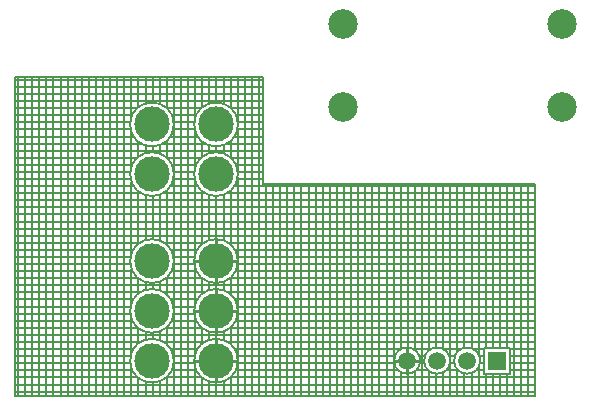
<source format=gbl>
G04*
G04 #@! TF.GenerationSoftware,Altium Limited,Altium Designer,18.0.9 (584)*
G04*
G04 Layer_Physical_Order=2*
G04 Layer_Color=16711680*
%FSLAX43Y43*%
%MOMM*%
G71*
G01*
G75*
%ADD10C,0.254*%
%ADD12C,0.200*%
%ADD18C,2.500*%
%ADD19C,3.000*%
%ADD20C,1.500*%
%ADD21R,1.500X1.500*%
D10*
X19000Y30435D02*
X20754D01*
X19000Y28681D02*
Y30435D01*
Y32189D01*
Y26218D02*
X20754D01*
X19000D02*
Y27972D01*
Y24463D02*
Y26218D01*
X35180Y22000D02*
X36184D01*
X35180D02*
Y23004D01*
X34176Y22000D02*
X35180D01*
Y20996D02*
Y22000D01*
X19000Y22000D02*
X20754D01*
X19000D02*
Y23754D01*
Y20246D02*
Y22000D01*
X17246Y30435D02*
X19000D01*
X17246Y26218D02*
X19000D01*
X17246Y22000D02*
X19000D01*
D12*
X41364Y22000D02*
G03*
X41364Y22000I-1104J0D01*
G01*
X38824D02*
G03*
X38824Y22000I-1104J0D01*
G01*
X36284D02*
G03*
X36284Y22000I-1104J0D01*
G01*
X20854Y42000D02*
G03*
X20854Y42000I-1854J0D01*
G01*
Y37800D02*
G03*
X20854Y37800I-1854J0D01*
G01*
X15431Y42000D02*
G03*
X15431Y42000I-1854J0D01*
G01*
Y37800D02*
G03*
X15431Y37800I-1854J0D01*
G01*
X15432Y30435D02*
G03*
X15432Y30435I-1854J0D01*
G01*
X20854D02*
G03*
X20854Y30435I-1854J0D01*
G01*
Y26218D02*
G03*
X20854Y26218I-1854J0D01*
G01*
X15432D02*
G03*
X15432Y26218I-1854J0D01*
G01*
X20854Y22000D02*
G03*
X20854Y22000I-1854J0D01*
G01*
X15432D02*
G03*
X15432Y22000I-1854J0D01*
G01*
X43035Y23104D02*
Y37000D01*
X42435Y23104D02*
Y37000D01*
X43635Y23104D02*
Y37000D01*
X37635Y23101D02*
Y37000D01*
X41835Y23104D02*
Y37000D01*
X40035Y23081D02*
Y37000D01*
X39435Y22733D02*
Y37000D01*
X40635Y23038D02*
Y37000D01*
X37035Y22866D02*
Y37000D01*
X38235Y22977D02*
Y37000D01*
X20845Y37980D02*
X23000D01*
X20806Y37380D02*
X23000D01*
Y37000D02*
X46000D01*
X20238Y39180D02*
X23000D01*
X20682Y38580D02*
X23000D01*
X35835Y22889D02*
Y37000D01*
X20548Y36780D02*
X46000D01*
X19901Y36180D02*
X46000D01*
X34635Y22960D02*
Y37000D01*
X35235Y23103D02*
Y37000D01*
X20839Y25980D02*
X46000D01*
X20818Y26580D02*
X46000D01*
X20654Y25380D02*
X46000D01*
X20822Y30780D02*
X46000D01*
X20836Y30180D02*
X46000D01*
X43904Y22980D02*
X46000D01*
X41696Y23104D02*
X43904D01*
X40769Y22980D02*
X41696D01*
X35689D02*
X37211D01*
X38229D02*
X39751D01*
X20645Y29580D02*
X46000D01*
X20149Y28980D02*
X46000D01*
X19998Y27780D02*
X46000D01*
X20025Y31980D02*
X46000D01*
X20595Y31380D02*
X46000D01*
X20585Y27180D02*
X46000D01*
X20171Y24780D02*
X46000D01*
X19970Y23580D02*
X46000D01*
X20574Y22980D02*
X34671D01*
X20682Y42780D02*
X23000D01*
X20238Y43380D02*
X23000D01*
X20806Y41580D02*
X23000D01*
X20835Y42266D02*
Y46000D01*
X20845Y42180D02*
X23000D01*
Y37000D02*
Y46000D01*
X20835Y38066D02*
Y41734D01*
X20548Y40980D02*
X23000D01*
X20235Y39183D02*
Y40617D01*
X20835Y30701D02*
Y37534D01*
X20235Y43383D02*
Y46000D01*
X19635Y43742D02*
Y46000D01*
X19901Y40380D02*
X23000D01*
X18435Y43766D02*
Y46000D01*
X19035Y43854D02*
Y46000D01*
X20235Y31818D02*
Y36417D01*
X19635Y39542D02*
Y40258D01*
Y32177D02*
Y36058D01*
X18435Y39566D02*
Y40234D01*
X19035Y39654D02*
Y40146D01*
Y32289D02*
Y35946D01*
X19635Y27959D02*
Y28693D01*
X19035Y28071D02*
Y28581D01*
X20835Y26483D02*
Y30169D01*
X20235Y27600D02*
Y29052D01*
Y23383D02*
Y24835D01*
X19635Y23742D02*
Y24476D01*
X19035Y23854D02*
Y24364D01*
X18435Y32201D02*
Y36034D01*
X17835Y27660D02*
Y28993D01*
X18435Y27983D02*
Y28669D01*
X17835Y23442D02*
Y24775D01*
X18435Y23766D02*
Y24452D01*
X43904Y22380D02*
X46000D01*
X43904Y20896D02*
Y23104D01*
X41297Y22380D02*
X41696D01*
X41235Y22518D02*
Y37000D01*
X41342Y21780D02*
X41696D01*
X45435Y19000D02*
Y37000D01*
X44835Y19000D02*
Y37000D01*
X46000Y19000D02*
Y37000D01*
X44235Y19000D02*
Y37000D01*
X41696Y20896D02*
Y23104D01*
X38757Y22380D02*
X39223D01*
X36217D02*
X36683D01*
X38802Y21780D02*
X39178D01*
X36262D02*
X36638D01*
X38835Y19000D02*
Y37000D01*
X36435Y19000D02*
Y37000D01*
X43904Y21180D02*
X46000D01*
X43904Y21780D02*
X46000D01*
X41696Y20896D02*
X43904D01*
X40999Y21180D02*
X41696D01*
X43035Y19000D02*
Y20896D01*
X42435Y19000D02*
Y20896D01*
X41835Y19000D02*
Y20896D01*
X43635Y19000D02*
Y20896D01*
X41235Y19000D02*
Y21482D01*
X40635Y19000D02*
Y20962D01*
X40035Y19000D02*
Y20919D01*
X38459Y21180D02*
X39521D01*
X20192Y20580D02*
X46000D01*
X39435Y19000D02*
Y21267D01*
X35919Y21180D02*
X36981D01*
X38235Y19000D02*
Y21023D01*
X37635Y19000D02*
Y20899D01*
X37035Y19000D02*
Y21134D01*
X35835Y19000D02*
Y21111D01*
X30435Y19000D02*
Y37000D01*
X29835Y19000D02*
Y37000D01*
X31035Y19000D02*
Y37000D01*
X28635Y19000D02*
Y37000D01*
X29235Y19000D02*
Y37000D01*
X33435Y19000D02*
Y37000D01*
X32835Y19000D02*
Y37000D01*
X34035Y19000D02*
Y37000D01*
X31635Y19000D02*
Y37000D01*
X32235Y19000D02*
Y37000D01*
X23235Y19000D02*
Y37000D01*
X22635Y19000D02*
Y46000D01*
X23835Y19000D02*
Y37000D01*
X21435Y19000D02*
Y46000D01*
X22035Y19000D02*
Y46000D01*
X27435Y19000D02*
Y37000D01*
X26835Y19000D02*
Y37000D01*
X28035Y19000D02*
Y37000D01*
X24435Y19000D02*
Y37000D01*
X26235Y19000D02*
Y37000D01*
X20835Y22266D02*
Y25952D01*
X20841Y21780D02*
X34098D01*
X34635Y19000D02*
Y21040D01*
X25635Y19000D02*
Y37000D01*
X35235Y19000D02*
Y20897D01*
X25035Y19000D02*
Y37000D01*
X20835Y19000D02*
Y21734D01*
X20815Y22380D02*
X34143D01*
X20663Y21180D02*
X34441D01*
X20235Y19000D02*
Y20617D01*
X19635Y19000D02*
Y20258D01*
X18435Y19000D02*
Y20234D01*
X19035Y19000D02*
Y20146D01*
X17835Y43442D02*
Y46000D01*
X17235Y42567D02*
Y46000D01*
X15259Y42780D02*
X17318D01*
X15422Y42180D02*
X17155D01*
X15383Y41580D02*
X17194D01*
X17835Y39242D02*
Y40558D01*
X17235Y38367D02*
Y41433D01*
X15259Y38580D02*
X17318D01*
X2000Y44580D02*
X23000D01*
X2000Y45180D02*
X23000D01*
X2000Y43980D02*
X23000D01*
X2000Y46000D02*
X23000D01*
X2000Y45780D02*
X23000D01*
X14478Y40380D02*
X18099D01*
X2000Y39780D02*
X23000D01*
X14815Y39180D02*
X17762D01*
X14815Y43380D02*
X17762D01*
X15125Y40980D02*
X17452D01*
X17835Y31877D02*
Y36358D01*
X15125Y36780D02*
X17452D01*
X15173Y31380D02*
X17405D01*
X15422Y37980D02*
X17155D01*
X15383Y37380D02*
X17194D01*
X17235Y31002D02*
Y37233D01*
X15223Y29580D02*
X17355D01*
X15399Y30780D02*
X17178D01*
X15414Y30180D02*
X17164D01*
X2000Y34380D02*
X46000D01*
X2000Y34980D02*
X46000D01*
X2000Y33780D02*
X46000D01*
X14478Y36180D02*
X18099D01*
X2000Y35580D02*
X46000D01*
X2000Y33180D02*
X46000D01*
X2000Y32580D02*
X46000D01*
X14602Y31980D02*
X17975D01*
X14726Y28980D02*
X17851D01*
X14235Y43733D02*
Y46000D01*
X13635Y43853D02*
Y46000D01*
X14835Y43362D02*
Y46000D01*
X12435Y43460D02*
Y46000D01*
X13035Y43773D02*
Y46000D01*
X14835Y39162D02*
Y40638D01*
X14235Y39533D02*
Y40267D01*
X13635Y39653D02*
Y40147D01*
X12435Y39260D02*
Y40540D01*
X13035Y39573D02*
Y40227D01*
X11835Y42634D02*
Y46000D01*
X2000Y43380D02*
X12339D01*
X2000Y42780D02*
X11895D01*
X2000Y42180D02*
X11732D01*
X2000Y41580D02*
X11771D01*
X2000Y40380D02*
X12676D01*
X11835Y38434D02*
Y41366D01*
X2000Y40980D02*
X12029D01*
X13035Y32208D02*
Y36027D01*
X2000Y36780D02*
X12029D01*
X13635Y32288D02*
Y35947D01*
X2000Y38580D02*
X11895D01*
X2000Y37980D02*
X11732D01*
X14835Y31797D02*
Y36438D01*
X14235Y32169D02*
Y36067D01*
X11835Y31068D02*
Y37166D01*
X12435Y31895D02*
Y36340D01*
X2000Y36180D02*
X12676D01*
X2000Y39180D02*
X12339D01*
X2000Y31980D02*
X12553D01*
X2000Y37380D02*
X11771D01*
X2000Y31380D02*
X11982D01*
X2000Y29580D02*
X11932D01*
X2000Y28980D02*
X12429D01*
X2000Y30780D02*
X11756D01*
X2000Y30180D02*
X11741D01*
X17235Y26785D02*
Y29868D01*
X15396Y26580D02*
X17182D01*
X15416Y25980D02*
X17161D01*
X16635Y19000D02*
Y46000D01*
X17235Y22567D02*
Y25650D01*
X15435Y19000D02*
Y46000D01*
X16035Y19000D02*
Y46000D01*
X14835Y27580D02*
Y29073D01*
X2000Y28380D02*
X46000D01*
X14576Y27780D02*
X18002D01*
X14235Y27951D02*
Y28701D01*
X13635Y28071D02*
Y28582D01*
X15232Y25380D02*
X17346D01*
X15162Y27180D02*
X17415D01*
X14748Y24780D02*
X17829D01*
X14835Y23362D02*
Y24855D01*
X15151Y22980D02*
X17426D01*
X15240Y21180D02*
X17337D01*
X15392Y22380D02*
X17185D01*
X15418Y21780D02*
X17159D01*
X14769Y20580D02*
X17808D01*
X17835Y19000D02*
Y20558D01*
X17235Y19000D02*
Y21433D01*
X14835Y19000D02*
Y20638D01*
X2000Y24180D02*
X46000D01*
X14548Y23580D02*
X18030D01*
X14235Y23734D02*
Y24484D01*
X13635Y23853D02*
Y24364D01*
X2000Y19980D02*
X46000D01*
X2000Y19380D02*
X46000D01*
X14235Y19000D02*
Y20266D01*
X2000Y19000D02*
X46000D01*
X12435Y27678D02*
Y28975D01*
X11835Y26850D02*
Y29802D01*
X13035Y27990D02*
Y28662D01*
X10635Y19000D02*
Y46000D01*
X11235Y19000D02*
Y46000D01*
X9435Y19000D02*
Y46000D01*
X8835Y19000D02*
Y46000D01*
X10035Y19000D02*
Y46000D01*
X7635Y19000D02*
Y46000D01*
X8235Y19000D02*
Y46000D01*
X3435Y19000D02*
Y46000D01*
X2835Y19000D02*
Y46000D01*
X4035Y19000D02*
Y46000D01*
X2000Y19000D02*
Y46000D01*
X2235Y19000D02*
Y46000D01*
X6435Y19000D02*
Y46000D01*
X5835Y19000D02*
Y46000D01*
X7035Y19000D02*
Y46000D01*
X4635Y19000D02*
Y46000D01*
X5235Y19000D02*
Y46000D01*
X12435Y23460D02*
Y24757D01*
X2000Y27780D02*
X12579D01*
X13035Y23773D02*
Y24445D01*
X2000Y27180D02*
X11993D01*
X2000Y25380D02*
X11923D01*
X13035Y19000D02*
Y20227D01*
X12435Y19000D02*
Y20540D01*
X13635Y19000D02*
Y20147D01*
X11835Y22633D02*
Y25585D01*
Y19000D02*
Y21367D01*
X2000Y23580D02*
X12607D01*
X2000Y24780D02*
X12407D01*
X2000Y22980D02*
X12004D01*
X2000Y26580D02*
X11759D01*
X2000Y25980D02*
X11739D01*
X2000Y21180D02*
X11915D01*
X2000Y20580D02*
X12386D01*
X2000Y22380D02*
X11763D01*
X2000Y21780D02*
X11737D01*
D18*
X29750Y43500D02*
D03*
Y50500D02*
D03*
X48250Y43500D02*
D03*
Y50500D02*
D03*
D19*
X13577Y37800D02*
D03*
Y42000D02*
D03*
X19000Y37800D02*
D03*
Y42000D02*
D03*
Y26218D02*
D03*
X13578D02*
D03*
X19000Y22000D02*
D03*
X13578Y30435D02*
D03*
X19000D02*
D03*
X13578Y22000D02*
D03*
D20*
X35180Y22000D02*
D03*
X37720D02*
D03*
X40260D02*
D03*
D21*
X42800D02*
D03*
M02*

</source>
